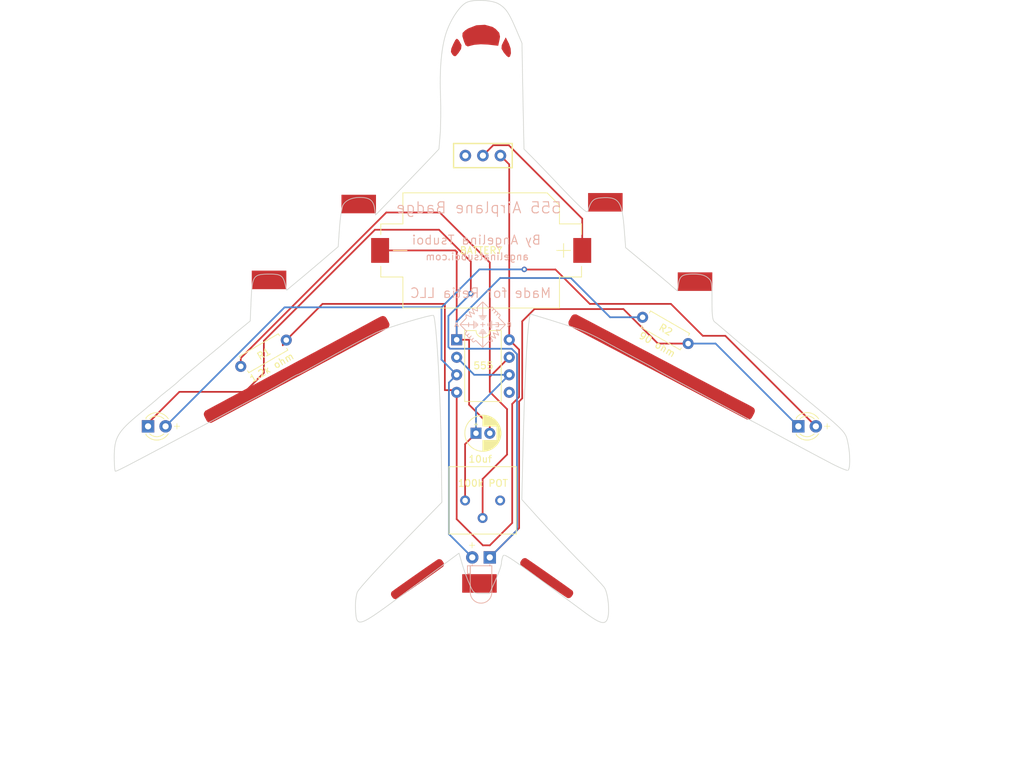
<source format=kicad_pcb>
(kicad_pcb (version 20221018) (generator pcbnew)
  (layers (0 "F.Cu" signal) (31 "B.Cu" signal) (34 "B.Paste" user) (35 "F.Paste" user) (36 "B.SilkS" user "B.Silkscreen") (37 "F.SilkS" user "F.Silkscreen") (38 "B.Mask" user) (39 "F.Mask" user) (44 "Edge.Cuts" user))
  (net 0 "")
  (net 2 "Net-(BT1-+)")
  (net 3 "+3V0")
  (net 4 "Net-(U1-DIS)")
  (net 5 "GNDREF")
  (net 6 "Net-(D1-K)")
  (net 7 "Net-(U1-THR)")
  (net 9 "Net-(D1-A)")
  (footprint "LOGO" (layer "F.Cu") (at 121.5 67)
    (fp_text reference "G***" hide)
    (fp_text value "LOGO" hide)
    (fp_poly (pts (xy 2.503584 0.02276) (xy 2.503584 1.365592) (xy 0 1.365592) (xy -2.503584 1.365592) (xy -2.503584 0.02276) (xy -2.503584 -1.320071) (xy 0 -1.320071) (xy 2.503584 -1.320071)) (fill solid) (layer "F.Cu"))
  )
  (footprint "" (layer "F.Cu") (at 160 77.5 -35)
    (fp_text reference "" (at 0 0 145) (layer "F.SilkS") (effects (font (size 1.27 1.27))))
    (fp_text value "" (at 0 0 145) (layer "F.SilkS") (effects (font (size 1.27 1.27))))
    (pad "" np_thru_hole oval (at 0 0 325) (size 7 4) (drill oval 7 4) (layers "*.Cu" "*.Mask"))
  )
  (footprint "LOGO" (layer "F.Cu") (at 112.083562 90.91953 56)
    (fp_text reference "G***" hide)
    (fp_text value "LOGO" hide)
  )
  (footprint "Battery:BatteryHolder_Keystone_1060_1x2032" (layer "F.Cu") (at 139.25 73.75 180)
    (fp_text reference "BATTERY" (at 0 0) (layer "F.SilkS"))
    (fp_text value "BATTERY")
    (pad "1" smd rect (at -14.65 0) (size 2.6 3.6) (layers "F.Cu" "F.Paste" "F.Mask") (net 2 "Net-(BT1-+)"))
    (pad "2" smd rect (at 14.65 0) (size 2.6 3.6) (layers "F.Cu" "F.Paste" "F.Mask") (net 5 "GNDREF"))
  )
  (footprint "SW SS12D:Schiebeschalter SS-12D00.kicad_mod" (layer "F.Cu") (at 139.5 60)
    (fp_text reference "SW1" hide)
    (fp_text value "SW_SPDT")
    (pad "1" thru_hole circle (at -2.54 0) (size 1.6764 1.6764) (drill 0.9) (layers "*.Cu" "*.Mask"))
    (pad "2" thru_hole circle (at 0 0) (size 1.6764 1.6764) (drill 0.9) (layers "*.Cu" "*.Mask") (net 2 "Net-(BT1-+)"))
    (pad "3" thru_hole circle (at 2.54 0) (size 1.6764 1.6764) (drill 0.9) (layers "*.Cu" "*.Mask") (net 3 "+3V0"))
  )
  (footprint "Potentiometer_THT:Potentiometer_Bourns_3386P_Vertical" (layer "F.Cu") (at 136.92 110 -90)
    (fp_text reference "RV1" hide)
    (fp_text value "100k POT" (at -2.5 -2.58) (layer "F.SilkS"))
    (pad "1" thru_hole circle (at 0 0 270) (size 1.44 1.44) (drill 0.8) (layers "*.Cu" "*.Mask") (net 7 "Net-(U1-THR)"))
    (pad "2" thru_hole circle (at 2.54 -2.54 270) (size 1.44 1.44) (drill 0.8) (layers "*.Cu" "*.Mask") (net 4 "Net-(U1-DIS)"))
    (pad "3" thru_hole circle (at 0 -5.08 270) (size 1.44 1.44) (drill 0.8) (layers "*.Cu" "*.Mask"))
  )
  (footprint "LOGO" (layer "F.Cu") (at 132.003482 121.638049 35)
    (fp_text reference "G***" hide)
    (fp_text value "LOGO" hide)
  )
  (footprint "LOGO" (layer "F.Cu") (at 139 122)
    (fp_text reference "G***" hide)
    (fp_text value "LOGO" hide)
  )
  (footprint "Resistor_THT:R_Axial_DIN0207_L6.3mm_D2.5mm_P7.62mm_Horizontal" (layer "F.Cu") (at 162.650887 83.44 -30)
    (fp_text reference "R2" (at 3.805417 -0.107051 -30) (layer "F.SilkS"))
    (fp_text value "90 ohm" (at 3.81 2.37 -30) (layer "F.SilkS"))
    (pad "1" thru_hole circle (at 0 0 330) (size 1.6 1.6) (drill 0.8) (layers "*.Cu" "*.Mask") (net 5 "GNDREF"))
    (pad "2" thru_hole oval (at 7.62 0 330) (size 1.6 1.6) (drill 0.8) (layers "*.Cu" "*.Mask") (net 6 "Net-(D1-K)"))
  )
  (footprint "LOGO" (layer "F.Cu") (at 157.25 66.75)
    (fp_text reference "G***" hide)
    (fp_text value "LOGO" hide)
    (fp_poly (pts (xy 2.503584 0.02276) (xy 2.503584 1.365592) (xy 0 1.365592) (xy -2.503584 1.365592) (xy -2.503584 0.02276) (xy -2.503584 -1.320071) (xy 0 -1.320071) (xy 2.503584 -1.320071)) (fill solid) (layer "F.Cu"))
  )
  (footprint "LOGO" (layer "F.Cu") (at 108.5 78)
    (fp_text reference "G***" hide)
    (fp_text value "LOGO" hide)
  )
  (footprint "LOGO" (layer "F.Cu") (at 165.25 90.25)
    (fp_text reference "G***" hide)
    (fp_text value "LOGO" hide)
    (fp_poly (pts (xy -12.207274 -7.229925) (xy -1.909311 -1.807823) (xy -1.019578 -1.339366) (xy -0.172171 -0.893209) (xy 0.634179 -0.468686) (xy 1.400739 -0.065132) (xy 2.128777 0.318118) (xy 2.81956 0.681731) (xy 3.474356 1.026373) (xy 4.094433 1.352708) (xy 4.68106 1.661402) (xy 5.235502 1.953122) (xy 5.759029 2.228532) (xy 6.252907 2.488299) (xy 6.718405 2.733088) (xy 7.15679 2.963564) (xy 7.569331 3.180394) (xy 7.957294 3.384243) (xy 8.321947 3.575776) (xy 8.664559 3.75566) (xy 8.986397 3.924559) (xy 9.288728 4.08314) (xy 9.572821 4.232069) (xy 9.839943 4.37201) (xy 10.091362 4.503629) (xy 10.328345 4.627593) (xy 10.55216 4.744567) (xy 10.764076 4.855216) (xy 10.965359 4.960206) (xy 11.157278 5.060203) (xy 11.3411 5.155872) (xy 11.518093 5.24788) (xy 11.689524 5.336891) (xy 11.856662 5.423571) (xy 12.020774 5.508586) (xy 12.183127 5.592602) (xy 12.293502 5.649673) (xy 12.56145 5.788518) (xy 12.789011 5.907543) (xy 12.979765 6.009164) (xy 13.137295 6.095794) (xy 13.265184 6.169849) (xy 13.367012 6.233743) (xy 13.446363 6.289892) (xy 13.506819 6.34071) (xy 13.551961 6.388612) (xy 13.585372 6.436013) (xy 13.610634 6.485328) (xy 13.631328 6.538972) (xy 13.636853 6.55528) (xy 13.662939 6.648885) (xy 13.674144 6.736891) (xy 13.668563 6.827171) (xy 13.644292 6.927598) (xy 13.599426 7.046046) (xy 13.532062 7.190388) (xy 13.440295 7.368496) (xy 13.440043 7.368971) (xy 13.354647 7.528778) (xy 13.286481 7.651291) (xy 13.230615 7.743225) (xy 13.182118 7.811296) (xy 13.136061 7.862219) (xy 13.087514 7.902708) (xy 13.031548 7.939478) (xy 13.013132 7.950459) (xy 12.899301 7.997083) (xy 12.764668 8.022004) (xy 12.629762 8.023229) (xy 12.515228 7.998807) (xy 12.485276 7.984182) (xy 12.413379 7.947414) (xy 12.301008 7.889279) (xy 12.149636 7.810554) (xy 11.960737 7.712014) (xy 11.735782 7.594435) (xy 11.476243 7.458593) (xy 11.183594 7.305264) (xy 10.859307 7.135223) (xy 10.504855 6.949248) (xy 10.121709 6.748114) (xy 9.711342 6.532596) (xy 9.275227 6.30347) (xy 8.814837 6.061513) (xy 8.331644 5.8075) (xy 7.82712 5.542208) (xy 7.302737 5.266412) (xy 6.75997 4.980888) (xy 6.200289 4.686412) (xy 5.625167 4.38376) (xy 5.036077 4.073707) (xy 4.434492 3.757031) (xy 3.821883 3.434506) (xy 3.199724 3.106909) (xy 2.569487 2.775015) (xy 1.932644 2.439601) (xy 1.290668 2.101442) (xy 0.645031 1.761314) (xy -0.002794 1.419993) (xy -0.651334 1.078256) (xy -1.299118 0.736877) (xy -1.944672 0.396634) (xy -2.586524 0.058301) (xy -3.223202 -0.277345) (xy -3.853233 -0.609529) (xy -4.475145 -0.937473) (xy -5.087465 -1.260404) (xy -5.68872 -1.577544) (xy -6.277439 -1.888118) (xy -6.852148 -2.191349) (xy -7.411375 -2.486462) (xy -7.953648 -2.772682) (xy -8.477494 -3.049231) (xy -8.981441 -3.315335) (xy -9.464016 -3.570216) (xy -9.923746 -3.8131) (xy -10.35916 -4.043211) (xy -10.768784 -4.259772) (xy -11.151146 -4.462007) (xy -11.504774 -4.649141) (xy -11.828195 -4.820398) (xy -12.119937 -4.975001) (xy -12.378527 -5.112176) (xy -12.602492 -5.231146) (xy -12.79036 -5.331134) (xy -12.940659 -5.411366) (xy -13.051917 -5.471065) (xy -13.122659 -5.509455) (xy -13.151415 -5.525761) (xy -13.151927 -5.526148) (xy -13.199159 -5.580055) (xy -13.252495 -5.654694) (xy -13.275138 -5.690979) (xy -13.310939 -5.76007) (xy -13.330853 -5.827051) (xy -13.339093 -5.911076) (xy -13.340182 -5.986615) (xy -13.339821 -6.171387) (xy -13.122922 -6.577885) (xy -13.036842 -6.737793) (xy -12.968174 -6.860503) (xy -12.911951 -6.952716) (xy -12.863209 -7.021133) (xy -12.816983 -7.072455) (xy -12.768309 -7.113383) (xy -12.712222 -7.150618) (xy -12.687682 -7.165341) (xy -12.618627 -7.201131) (xy -12.551712 -7.221035) (xy -12.467789 -7.229262) (xy -12.392046 -7.230336)) (fill solid) (layer "F.Cu"))
  )
  (footprint "LOGO" (layer "F.Cu") (at 157.25 66.75)
    (fp_text reference "G***" hide)
    (fp_text value "LOGO" hide)
  )
  (footprint "Resistor_THT:R_Axial_DIN0207_L6.3mm_D2.5mm_P7.62mm_Horizontal" (layer "F.Cu") (at 104.400887 90.56 30)
    (fp_text reference "R1" (at 3.805417 0.107051 30) (layer "F.SilkS"))
    (fp_text value "1.2k ohm" (at 3.81 2.37 30) (layer "F.SilkS"))
    (pad "1" thru_hole circle (at 0 0 30) (size 1.6 1.6) (drill 0.8) (layers "*.Cu" "*.Mask") (net 4 "Net-(U1-DIS)"))
    (pad "2" thru_hole oval (at 7.62 0 30) (size 1.6 1.6) (drill 0.8) (layers "*.Cu" "*.Mask") (net 3 "+3V0"))
  )
  (footprint "Capacitor_THT:CP_Radial_D5.0mm_P2.00mm" (layer "F.Cu") (at 138.5 100.25)
    (fp_text reference "C1" hide)
    (fp_text value "10uf " (at 1 3.75) (layer "F.SilkS"))
    (pad "1" thru_hole rect (at 0 0) (size 1.6 1.6) (drill 0.8) (layers "*.Cu" "*.Mask") (net 7 "Net-(U1-THR)"))
    (pad "2" thru_hole circle (at 2 0) (size 1.6 1.6) (drill 0.8) (layers "*.Cu" "*.Mask") (net 5 "GNDREF"))
  )
  (footprint "LOGO" (layer "F.Cu") (at 121.5 67)
    (fp_text reference "G***" hide)
    (fp_text value "LOGO" hide)
  )
  (footprint "LOGO" (layer "F.Cu") (at 170.25 78.25)
    (fp_text reference "G***" hide)
    (fp_text value "LOGO" hide)
    (fp_poly (pts (xy 2.503584 0.02276) (xy 2.503584 1.365592) (xy 0 1.365592) (xy -2.503584 1.365592) (xy -2.503584 0.02276) (xy -2.503584 -1.320071) (xy 0 -1.320071) (xy 2.503584 -1.320071)) (fill solid) (layer "F.Cu"))
  )
  (footprint "LOGO" (layer "F.Cu") (at 149.208089 123.203763 -35)
    (fp_text reference "G***" hide)
    (fp_text value "LOGO" hide)
    (fp_poly (pts (xy -1.174222 -2.015758) (xy -0.752327 -2.015339) (xy -0.337511 -2.014577) (xy 0.066195 -2.013471) (xy 0.45476 -2.012021) (xy 0.824153 -2.010228) (xy 1.170343 -2.00809) (xy 1.4893 -2.005609) (xy 1.776992 -2.002784) (xy 2.029389 -1.999614) (xy 2.24246 -1.996101) (xy 2.412175 -1.992243) (xy 2.534501 -1.988041) (xy 2.605408 -1.983494) (xy 2.620565 -1.981012) (xy 2.734857 -1.920549) (xy 2.842915 -1.825655) (xy 2.926245 -1.714892) (xy 2.95889 -1.641524) (xy 2.980831 -1.523285) (xy 2.990109 -1.374062) (xy 2.986722 -1.218994) (xy 2.97067 -1.083216) (xy 2.95889 -1.033674) (xy 2.902264 -0.922633) (xy 2.808603 -0.815113) (xy 2.696401 -0.729672) (xy 2.620565 -0.694186) (xy 2.578628 -0.689736) (xy 2.483216 -0.685621) (xy 2.338348 -0.681841) (xy 2.148042 -0.678394) (xy 1.916315 -0.67528) (xy 1.647187 -0.672498) (xy 1.344673 -0.670047) (xy 1.012794 -0.667925) (xy 0.655566 -0.666132) (xy 0.277007 -0.664667) (xy -0.118865 -0.663529) (xy -0.528031 -0.662717) (xy -0.946474 -0.66223) (xy -1.370176 -0.662067) (xy -1.79512 -0.662228) (xy -2.217286 -0.66271) (xy -2.632658 -0.663514) (xy -3.037217 -0.664639) (xy -3.426945 -0.666082) (xy -3.797825 -0.667844) (xy -4.145838 -0.669924) (xy -4.466967 -0.67232) (xy -4.757193 -0.675031) (xy -5.0125 -0.678058) (xy -5.228868 -0.681398) (xy -5.40228 -0.68505) (xy -5.528718 -0.689015) (xy -5.604165 -0.69329) (xy -5.62367 -0.69613) (xy -5.730441 -0.755308) (xy -5.834172 -0.848956) (xy -5.915945 -0.957535) (xy -5.95051 -1.033674) (xy -5.971353 -1.144103) (xy -5.981232 -1.284482) (xy -5.980139 -1.432034) (xy -5.96807 -1.563981) (xy -5.950662 -1.642537) (xy -5.890198 -1.756828) (xy -5.795305 -1.864886) (xy -5.684541 -1.948217) (xy -5.611174 -1.980861) (xy -5.566793 -1.985587) (xy -5.469029 -1.98997) (xy -5.321912 -1.994011) (xy -5.129473 -1.99771) (xy -4.895742 -2.001065) (xy -4.624752 -2.004078) (xy -4.320533 -2.006748) (xy -3.987114 -2.009075) (xy -3.628529 -2.01106) (xy -3.248806 -2.012701) (xy -2.851978 -2.013999) (xy -2.442074 -2.014953) (xy -2.023126 -2.015565) (xy -1.599165 -2.015833)) (fill solid) (layer "F.Cu"))
  )
  (footprint "LOGO" (layer "F.Cu") (at 139.25 43.25)
    (fp_text reference "G***" hide)
    (fp_text value "LOGO" hide)
  )
  (footprint "Package_DIP:DIP-8_W7.62mm" (layer "F.Cu") (at 135.7 86.7)
    (fp_text reference "555" (at 3.87 3.75) (layer "F.SilkS"))
    (fp_text value "LM555xM")
    (pad "1" thru_hole rect (at 0 0) (size 1.6 1.6) (drill 0.8) (layers "*.Cu" "*.Mask") (net 5 "GNDREF"))
    (pad "2" thru_hole oval (at 0 2.54) (size 1.6 1.6) (drill 0.8) (layers "*.Cu" "*.Mask") (net 7 "Net-(U1-THR)"))
    (pad "3" thru_hole oval (at 0 5.08) (size 1.6 1.6) (drill 0.8) (layers "*.Cu" "*.Mask") (net 9 "Net-(D1-A)"))
    (pad "4" thru_hole oval (at 0 7.62) (size 1.6 1.6) (drill 0.8) (layers "*.Cu" "*.Mask") (net 3 "+3V0"))
    (pad "5" thru_hole oval (at 7.62 7.62) (size 1.6 1.6) (drill 0.8) (layers "*.Cu" "*.Mask"))
    (pad "6" thru_hole oval (at 7.62 5.08) (size 1.6 1.6) (drill 0.8) (layers "*.Cu" "*.Mask") (net 7 "Net-(U1-THR)"))
    (pad "7" thru_hole oval (at 7.62 2.54) (size 1.6 1.6) (drill 0.8) (layers "*.Cu" "*.Mask") (net 4 "Net-(U1-DIS)"))
    (pad "8" thru_hole oval (at 7.62 0) (size 1.6 1.6) (drill 0.8) (layers "*.Cu" "*.Mask") (net 3 "+3V0"))
  )
  (footprint "LOGO" (layer "F.Cu") (at 132.003482 121.638049 35)
    (fp_text reference "G***" hide)
    (fp_text value "LOGO" hide)
    (fp_poly (pts (xy -1.174222 -2.015758) (xy -0.752327 -2.015339) (xy -0.337511 -2.014577) (xy 0.066195 -2.013471) (xy 0.45476 -2.012021) (xy 0.824153 -2.010228) (xy 1.170343 -2.00809) (xy 1.4893 -2.005609) (xy 1.776992 -2.002784) (xy 2.029389 -1.999614) (xy 2.24246 -1.996101) (xy 2.412175 -1.992243) (xy 2.534501 -1.988041) (xy 2.605408 -1.983494) (xy 2.620565 -1.981012) (xy 2.734857 -1.920549) (xy 2.842915 -1.825655) (xy 2.926245 -1.714892) (xy 2.95889 -1.641524) (xy 2.980831 -1.523285) (xy 2.990109 -1.374062) (xy 2.986722 -1.218994) (xy 2.97067 -1.083216) (xy 2.95889 -1.033674) (xy 2.902264 -0.922633) (xy 2.808603 -0.815113) (xy 2.696401 -0.729672) (xy 2.620565 -0.694186) (xy 2.578628 -0.689736) (xy 2.483216 -0.685621) (xy 2.338348 -0.681841) (xy 2.148042 -0.678394) (xy 1.916315 -0.67528) (xy 1.647187 -0.672498) (xy 1.344673 -0.670047) (xy 1.012794 -0.667925) (xy 0.655566 -0.666132) (xy 0.277007 -0.664667) (xy -0.118865 -0.663529) (xy -0.528031 -0.662717) (xy -0.946474 -0.66223) (xy -1.370176 -0.662067) (xy -1.79512 -0.662228) (xy -2.217286 -0.66271) (xy -2.632658 -0.663514) (xy -3.037217 -0.664639) (xy -3.426945 -0.666082) (xy -3.797825 -0.667844) (xy -4.145838 -0.669924) (xy -4.466967 -0.67232) (xy -4.757193 -0.675031) (xy -5.0125 -0.678058) (xy -5.228868 -0.681398) (xy -5.40228 -0.68505) (xy -5.528718 -0.689015) (xy -5.604165 -0.69329) (xy -5.62367 -0.69613) (xy -5.730441 -0.755308) (xy -5.834172 -0.848956) (xy -5.915945 -0.957535) (xy -5.95051 -1.033674) (xy -5.971353 -1.144103) (xy -5.981232 -1.284482) (xy -5.980139 -1.432034) (xy -5.96807 -1.563981) (xy -5.950662 -1.642537) (xy -5.890198 -1.756828) (xy -5.795305 -1.864886) (xy -5.684541 -1.948217) (xy -5.611174 -1.980861) (xy -5.566793 -1.985587) (xy -5.469029 -1.98997) (xy -5.321912 -1.994011) (xy -5.129473 -1.99771) (xy -4.895742 -2.001065) (xy -4.624752 -2.004078) (xy -4.320533 -2.006748) (xy -3.987114 -2.009075) (xy -3.628529 -2.01106) (xy -3.248806 -2.012701) (xy -2.851978 -2.013999) (xy -2.442074 -2.014953) (xy -2.023126 -2.015565) (xy -1.599165 -2.015833)) (fill solid) (layer "F.Cu"))
  )
  (footprint "LOGO" (layer "F.Cu") (at 108.5 78)
    (fp_text reference "G***" hide)
    (fp_text value "LOGO" hide)
    (fp_poly (pts (xy 2.503584 0.02276) (xy 2.503584 1.365592) (xy 0 1.365592) (xy -2.503584 1.365592) (xy -2.503584 0.02276) (xy -2.503584 -1.320071) (xy 0 -1.320071) (xy 2.503584 -1.320071)) (fill solid) (layer "F.Cu"))
  )
  (footprint "LOGO" (layer "F.Cu") (at 139.25 43.25)
    (fp_text reference "G***" hide)
    (fp_text value "LOGO" hide)
    (fp_poly (pts (xy 4.027241 0.519542) (xy 4.273311 1.238968) (xy 4.319067 1.927065) (xy 4.170879 2.399485) (xy 3.958664 2.503317) (xy 3.676437 2.294593) (xy 3.269069 1.808735) (xy 2.944584 1.249383) (xy 2.981344 0.761379) (xy 3.164895 0.369252) (xy 3.559783 -0.38442)) (fill solid) (layer "F.Cu"))
    (fp_poly (pts (xy -3.289125 -0.011707) (xy -3.183601 0.12831) (xy -2.847883 0.744623) (xy -2.909817 1.296363) (xy -3.303457 1.905782) (xy -3.684976 2.332816) (xy -3.952248 2.335883) (xy -4.179917 2.101716) (xy -4.388638 1.72062) (xy -4.333039 1.247942) (xy -4.066267 0.619797) (xy -3.741551 -0.011942) (xy -3.52257 -0.200133)) (fill solid) (layer "F.Cu"))
    (fp_poly (pts (xy 1.663958 -1.889978) (xy 2.112048 -1.589931) (xy 2.616271 -1.049335) (xy 2.733929 -0.497449) (xy 2.663713 -0.05493) (xy 2.467805 0.837035) (xy 0.978648 0.662014) (xy -0.059158 0.615025) (xy -1.003247 0.695247) (xy -1.351905 0.780305) (xy -1.94562 0.936446) (xy -2.257647 0.767783) (xy -2.492254 0.216036) (xy -2.729074 -0.559407) (xy -2.696628 -1.02601) (xy -2.326874 -1.395646) (xy -1.884066 -1.677784) (xy -0.702072 -2.14214) (xy 0.543184 -2.211495)) (fill solid) (layer "F.Cu"))
  )
  (footprint "LOGO" (layer "F.Cu") (at 149.208089 123.203763 -35)
    (fp_text reference "G***" hide)
    (fp_text value "LOGO" hide)
  )
  (footprint "LOGO" (layer "F.Cu") (at 170.25 78.25)
    (fp_text reference "G***" hide)
    (fp_text value "LOGO" hide)
  )
  (footprint "LED_THT:LED_D3.0mm" (layer "F.Cu") (at 90.96 99.25)
    (fp_text reference "D1" hide)
    (fp_text value "LED")
    (fp_text user "+" (at 3.5 0.5 unlocked) (layer "F.SilkS") (effects (font (thickness 0.1)) (justify left bottom)))
    (pad "1" thru_hole rect (at 0 0) (size 1.8 1.8) (drill 0.9) (layers "*.Cu" "*.Mask") (net 6 "Net-(D1-K)"))
    (pad "2" thru_hole circle (at 2.54 0) (size 1.8 1.8) (drill 0.9) (layers "*.Cu" "*.Mask") (net 9 "Net-(D1-A)"))
  )
  (footprint "LOGO" (layer "F.Cu") (at 165.25 90.25)
    (fp_text reference "G***" hide)
    (fp_text value "LOGO" hide)
  )
  (footprint "LOGO" (layer "F.Cu") (at 139 122)
    (fp_text reference "G***" hide)
    (fp_text value "LOGO" hide)
    (fp_poly (pts (xy 2.503584 0.02276) (xy 2.503584 1.365592) (xy 0 1.365592) (xy -2.503584 1.365592) (xy -2.503584 0.02276) (xy -2.503584 -1.320071) (xy 0 -1.320071) (xy 2.503584 -1.320071)) (fill solid) (layer "F.Cu"))
  )
  (footprint "LED_THT:LED_D3.0mm" (layer "F.Cu") (at 185.225 99.25)
    (fp_text reference "D2" hide)
    (fp_text value "LED")
    (fp_text user "+" (at 3.5 0.5 unlocked) (layer "F.SilkS") (effects (font (thickness 0.1)) (justify left bottom)))
    (pad "1" thru_hole rect (at 0 0) (size 1.8 1.8) (drill 0.9) (layers "*.Cu" "*.Mask") (net 6 "Net-(D1-K)"))
    (pad "2" thru_hole circle (at 2.54 0) (size 1.8 1.8) (drill 0.9) (layers "*.Cu" "*.Mask") (net 9 "Net-(D1-A)"))
  )
  (footprint "LOGO" (layer "F.Cu") (at 112.083562 90.91953 56)
    (fp_text reference "G***" hide)
    (fp_text value "LOGO" hide)
    (fp_poly (pts (xy -12.207274 -7.229925) (xy -1.909311 -1.807823) (xy -1.019578 -1.339366) (xy -0.172171 -0.893209) (xy 0.634179 -0.468686) (xy 1.400739 -0.065132) (xy 2.128777 0.318118) (xy 2.81956 0.681731) (xy 3.474356 1.026373) (xy 4.094433 1.352708) (xy 4.68106 1.661402) (xy 5.235502 1.953122) (xy 5.759029 2.228532) (xy 6.252907 2.488299) (xy 6.718405 2.733088) (xy 7.15679 2.963564) (xy 7.569331 3.180394) (xy 7.957294 3.384243) (xy 8.321947 3.575776) (xy 8.664559 3.75566) (xy 8.986397 3.924559) (xy 9.288728 4.08314) (xy 9.572821 4.232069) (xy 9.839943 4.37201) (xy 10.091362 4.503629) (xy 10.328345 4.627593) (xy 10.55216 4.744567) (xy 10.764076 4.855216) (xy 10.965359 4.960206) (xy 11.157278 5.060203) (xy 11.3411 5.155872) (xy 11.518093 5.24788) (xy 11.689524 5.336891) (xy 11.856662 5.423571) (xy 12.020774 5.508586) (xy 12.183127 5.592602) (xy 12.293502 5.649673) (xy 12.56145 5.788518) (xy 12.789011 5.907543) (xy 12.979765 6.009164) (xy 13.137295 6.095794) (xy 13.265184 6.169849) (xy 13.367012 6.233743) (xy 13.446363 6.289892) (xy 13.506819 6.34071) (xy 13.551961 6.388612) (xy 13.585372 6.436013) (xy 13.610634 6.485328) (xy 13.631328 6.538972) (xy 13.636853 6.55528) (xy 13.662939 6.648885) (xy 13.674144 6.736891) (xy 13.668563 6.827171) (xy 13.644292 6.927598) (xy 13.599426 7.046046) (xy 13.532062 7.190388) (xy 13.440295 7.368496) (xy 13.440043 7.368971) (xy 13.354647 7.528778) (xy 13.286481 7.651291) (xy 13.230615 7.743225) (xy 13.182118 7.811296) (xy 13.136061 7.862219) (xy 13.087514 7.902708) (xy 13.031548 7.939478) (xy 13.013132 7.950459) (xy 12.899301 7.997083) (xy 12.764668 8.022004) (xy 12.629762 8.023229) (xy 12.515228 7.998807) (xy 12.485276 7.984182) (xy 12.413379 7.947414) (xy 12.301008 7.889279) (xy 12.149636 7.810554) (xy 11.960737 7.712014) (xy 11.735782 7.594435) (xy 11.476243 7.458593) (xy 11.183594 7.305264) (xy 10.859307 7.135223) (xy 10.504855 6.949248) (xy 10.121709 6.748114) (xy 9.711342 6.532596) (xy 9.275227 6.30347) (xy 8.814837 6.061513) (xy 8.331644 5.8075) (xy 7.82712 5.542208) (xy 7.302737 5.266412) (xy 6.75997 4.980888) (xy 6.200289 4.686412) (xy 5.625167 4.38376) (xy 5.036077 4.073707) (xy 4.434492 3.757031) (xy 3.821883 3.434506) (xy 3.199724 3.106909) (xy 2.569487 2.775015) (xy 1.932644 2.439601) (xy 1.290668 2.101442) (xy 0.645031 1.761314) (xy -0.002794 1.419993) (xy -0.651334 1.078256) (xy -1.299118 0.736877) (xy -1.944672 0.396634) (xy -2.586524 0.058301) (xy -3.223202 -0.277345) (xy -3.853233 -0.609529) (xy -4.475145 -0.937473) (xy -5.087465 -1.260404) (xy -5.68872 -1.577544) (xy -6.277439 -1.888118) (xy -6.852148 -2.191349) (xy -7.411375 -2.486462) (xy -7.953648 -2.772682) (xy -8.477494 -3.049231) (xy -8.981441 -3.315335) (xy -9.464016 -3.570216) (xy -9.923746 -3.8131) (xy -10.35916 -4.043211) (xy -10.768784 -4.259772) (xy -11.151146 -4.462007) (xy -11.504774 -4.649141) (xy -11.828195 -4.820398) (xy -12.119937 -4.975001) (xy -12.378527 -5.112176) (xy -12.602492 -5.231146) (xy -12.79036 -5.331134) (xy -12.940659 -5.411366) (xy -13.051917 -5.471065) (xy -13.122659 -5.509455) (xy -13.151415 -5.525761) (xy -13.151927 -5.526148) (xy -13.199159 -5.580055) (xy -13.252495 -5.654694) (xy -13.275138 -5.690979) (xy -13.310939 -5.76007) (xy -13.330853 -5.827051) (xy -13.339093 -5.911076) (xy -13.340182 -5.986615) (xy -13.339821 -6.171387) (xy -13.122922 -6.577885) (xy -13.036842 -6.737793) (xy -12.968174 -6.860503) (xy -12.911951 -6.952716) (xy -12.863209 -7.021133) (xy -12.816983 -7.072455) (xy -12.768309 -7.113383) (xy -12.712222 -7.150618) (xy -12.687682 -7.165341) (xy -12.618627 -7.201131) (xy -12.551712 -7.221035) (xy -12.467789 -7.229262) (xy -12.392046 -7.230336)) (fill solid) (layer "F.Cu"))
  )
  (footprint "LOGO" (layer "B.Cu") (at 139.5 84.5 180)
    (fp_text reference "G***" hide)
    (fp_text value "LOGO" hide)
  )
  (footprint "LED_THT:LED_D3.0mm_Horizontal_O1.27mm_Z2.0mm" (layer "B.Cu") (at 140.5 118.25 180)
    (fp_text reference "D3" hide)
    (fp_text value "LED")
    (pad "1" thru_hole rect (at 0 0 180) (size 1.8 1.8) (drill 0.9) (layers "*.Cu" "*.Mask") (net 6 "Net-(D1-K)"))
    (pad "2" thru_hole circle (at 2.54 0 180) (size 1.8 1.8) (drill 0.9) (layers "*.Cu" "*.Mask") (net 9 "Net-(D1-A)"))
  )
  (gr_poly (pts (xy 139.25 37.5) (xy 139.586407 37.513901) (xy 139.920643 37.539584) (xy 140.24802 37.57674) (xy 140.563846 37.625057) (xy 140.863434 37.684227) (xy 141.142092 37.753939) (xy 141.395132 37.833883) (xy 141.617863 37.923748) (xy 141.805596 38.023226) (xy 141.992543 38.13867) (xy 142.167591 38.258456) (xy 142.332484 38.385063) (xy 142.488967 38.520971) (xy 142.638784 38.668662) (xy 142.783678 38.830616) (xy 142.925395 39.009313) (xy 143.065677 39.207234) (xy 143.206269 39.426858) (xy 143.348915 39.670668) (xy 143.49536 39.941142) (xy 143.647347 40.240762) (xy 143.806621 40.572007) (xy 143.974925 40.937359) (xy 144.345601 41.780304) (xy 145.165811 43.711767) (xy 145.298099 51.384685) (xy 145.456845 59.0576) (xy 146.647471 60.248225) (xy 147.377142 60.991953) (xy 148.476404 62.130075) (xy 151.198306 64.984267) (xy 151.685764 65.489339) (xy 152.127604 65.944104) (xy 152.525958 66.350345) (xy 152.882959 66.709845) (xy 153.200737 67.024386) (xy 153.481424 67.295752) (xy 153.608524 67.415801) (xy 153.727152 67.525725) (xy 153.837572 67.625746) (xy 153.940052 67.716088) (xy 154.034858 67.796973) (xy 154.122257 67.868624) (xy 154.202515 67.931264) (xy 154.275898 67.985115) (xy 154.342672 68.030402) (xy 154.403106 68.067346) (xy 154.457464 68.09617) (xy 154.506013 68.117097) (xy 154.54902 68.13035) (xy 154.568528 68.134169) (xy 154.586751 68.136153) (xy 154.603721 68.136329) (xy 154.619473 68.134727) (xy 154.634039 68.131373) (xy 154.647452 68.126295) (xy 154.659746 68.119522) (xy 154.670954 68.111081) (xy 154.68111 68.101001) (xy 154.690246 68.089308) (xy 154.705595 68.061198) (xy 154.717267 68.026973) (xy 154.804949 67.75792) (xy 154.890383 67.515377) (xy 154.975042 67.297949) (xy 155.060399 67.10424) (xy 155.103798 67.015845) (xy 155.147925 66.932856) (xy 155.192963 66.855099) (xy 155.239095 66.7824) (xy 155.286506 66.714585) (xy 155.335381 66.651478) (xy 155.385902 66.592906) (xy 155.438255 66.538694) (xy 155.492623 66.488668) (xy 155.549191 66.442654) (xy 155.608142 66.400476) (xy 155.669661 66.361961) (xy 155.733932 66.326934) (xy 155.801138 66.295221) (xy 155.871465 66.266647) (xy 155.945095 66.241038) (xy 156.022214 66.21822) (xy 156.103005 66.198018) (xy 156.187653 66.180257) (xy 156.276341 66.164764) (xy 156.466575 66.139881) (xy 156.675179 66.121975) (xy 157.132071 66.097868) (xy 157.54226 66.097791) (xy 157.908653 66.125929) (xy 158.076335 66.151886) (xy 158.234157 66.186468) (xy 158.382484 66.230196) (xy 158.521679 66.283594) (xy 158.652105 66.347185) (xy 158.774125 66.421492) (xy 158.888103 66.50704) (xy 158.994403 66.60435) (xy 159.093386 66.713946) (xy 159.185418 66.836351) (xy 159.270861 66.972089) (xy 159.350079 67.121682) (xy 159.423434 67.285655) (xy 159.491291 67.46453) (xy 159.611961 67.869079) (xy 159.714997 68.339515) (xy 159.803305 68.880025) (xy 159.879792 69.494793) (xy 159.947364 70.188007) (xy 160.008929 70.96385) (xy 160.19414 73.3451) (xy 163.131021 75.779267) (xy 164.35058 76.784684) (xy 165.465962 77.710725) (xy 166.353143 78.458172) (xy 166.672401 78.733916) (xy 166.888099 78.927805) (xy 167.681849 79.615724) (xy 167.840602 78.636768) (xy 167.882135 78.419856) (xy 167.928553 78.224803) (xy 167.981637 78.050524) (xy 168.04317 77.895934) (xy 168.077662 77.825683) (xy 168.114935 77.759947) (xy 168.155212 77.698591) (xy 168.198715 77.641479) (xy 168.245668 77.588475) (xy 168.296293 77.539444) (xy 168.350813 77.49425) (xy 168.409451 77.452757) (xy 168.47243 77.41483) (xy 168.539973 77.380333) (xy 168.612302 77.34913) (xy 168.689641 77.321086) (xy 168.772212 77.296065) (xy 168.860238 77.273931) (xy 169.053546 77.237784) (xy 169.27135 77.211558) (xy 169.51543 77.194169) (xy 169.787571 77.184531) (xy 170.089555 77.18156) (xy 170.264157 77.183427) (xy 170.43093 77.189053) (xy 170.590107 77.198477) (xy 170.74192 77.211739) (xy 170.886601 77.228875) (xy 171.024383 77.249927) (xy 171.155499 77.274931) (xy 171.280182 77.303928) (xy 171.398663 77.336955) (xy 171.511175 77.374052) (xy 171.617952 77.415257) (xy 171.719225 77.46061) (xy 171.815226 77.510148) (xy 171.90619 77.56391) (xy 171.992347 77.621936) (xy 172.073932 77.684265) (xy 172.181347 77.77112) (xy 172.275934 77.855728) (xy 172.358506 77.94204) (xy 172.429878 78.034012) (xy 172.490862 78.135595) (xy 172.542274 78.250743) (xy 172.584926 78.383409) (xy 172.619633 78.537547) (xy 172.647209 78.71711) (xy 172.668467 78.926051) (xy 172.684222 79.168323) (xy 172.695287 79.44788) (xy 172.706605 80.13466) (xy 172.70893 81.018017) (xy 172.709905 81.42544) (xy 172.713013 81.795695) (xy 172.718523 82.130681) (xy 172.726708 82.432297) (xy 172.737838 82.702442) (xy 172.752185 82.943015) (xy 172.77002 83.155915) (xy 172.791615 83.343042) (xy 172.803907 83.427534) (xy 172.81724 83.506295) (xy 172.831649 83.579561) (xy 172.847168 83.647572) (xy 172.863829 83.710563) (xy 172.881668 83.768773) (xy 172.900718 83.822438) (xy 172.921013 83.871797) (xy 172.942587 83.917086) (xy 172.965474 83.958542) (xy 172.989708 83.996404) (xy 173.015322 84.030909) (xy 173.042351 84.062294) (xy 173.070828 84.090796) (xy 173.100788 84.116653) (xy 173.132264 84.140103) (xy 173.410489 84.36541) (xy 173.849945 84.732105) (xy 174.393582 85.193058) (xy 174.984347 85.70114) (xy 175.760735 86.366734) (xy 176.809973 87.255569) (xy 177.998118 88.253544) (xy 179.191224 89.24656) (xy 180.282218 90.155649) (xy 181.192137 90.923354) (xy 181.829204 91.467816) (xy 182.016737 91.630752) (xy 182.10164 91.707182) (xy 182.211659 91.811621) (xy 182.470818 92.036671) (xy 183.368335 92.795281) (xy 186.202676 95.173226) (xy 188.142096 96.784239) (xy 188.927979 97.442681) (xy 189.603404 98.01543) (xy 190.17744 98.51175) (xy 190.659155 98.940903) (xy 190.868227 99.133187) (xy 191.05762 99.312153) (xy 191.228467 99.478959) (xy 191.381903 99.634763) (xy 191.51906 99.780722) (xy 191.641073 99.917995) (xy 191.749075 100.047739) (xy 191.8442 100.171113) (xy 191.927581 100.289273) (xy 192.000353 100.403379) (xy 192.063648 100.514588) (xy 192.118601 100.624057) (xy 192.166345 100.732945) (xy 192.208014 100.842409) (xy 192.244741 100.953608) (xy 192.27766 101.067699) (xy 192.336609 101.30919) (xy 192.39393 101.576144) (xy 192.459049 101.889612) (xy 192.515526 102.212383) (xy 192.563398 102.540735) (xy 192.602705 102.870947) (xy 192.633486 103.199299) (xy 192.655778 103.52207) (xy 192.669621 103.83554) (xy 192.675054 104.135987) (xy 192.672114 104.419691) (xy 192.660842 104.68293) (xy 192.641276 104.921986) (xy 192.613454 105.133136) (xy 192.577416 105.31266) (xy 192.5332 105.456837) (xy 192.508037 105.514508) (xy 192.480844 105.561947) (xy 192.451626 105.598688) (xy 192.420388 105.624268) (xy 192.382199 105.632109) (xy 192.318275 105.62623) (xy 192.230167 105.607174) (xy 192.119424 105.575483) (xy 191.836237 105.476368) (xy 191.481117 105.333224) (xy 191.066466 105.150393) (xy 190.604686 104.932215) (xy 190.10818 104.683032) (xy 189.589349 104.407183) (xy 188.423943 103.796161) (xy 187.17172 103.130569) (xy 185.012055 101.973019) (xy 184.141823 101.51744) (xy 183.229426 101.027133) (xy 181.704764 100.200312) (xy 181.039175 99.834028) (xy 180.190027 99.373486) (xy 179.271426 98.883178) (xy 178.397473 98.427599) (xy 176.495782 97.405647) (xy 174.693307 96.443222) (xy 172.269059 95.150075) (xy 168.87247 93.321143) (xy 167.263889 92.46166) (xy 165.905833 91.72372) (xy 164.93969 91.189178) (xy 164.647769 91.023762) (xy 164.506846 90.93989) (xy 164.403495 90.872762) (xy 164.200924 90.755095) (xy 163.547734 90.394187) (xy 162.646496 89.909257) (xy 161.596431 89.352395) (xy 160.406633 88.717392) (xy 159.122578 88.02286) (xy 156.886849 86.81239) (xy 156.440363 86.57039) (xy 155.964113 86.324979) (xy 155.47298 86.082668) (xy 154.981848 85.849969) (xy 154.505599 85.633393) (xy 154.059114 85.439451) (xy 153.657278 85.274655) (xy 153.314971 85.145515) (xy 151.387648 84.509275) (xy 149.167628 83.806063) (xy 147.294875 83.236795) (xy 146.688711 83.065178) (xy 146.409349 83.002391) (xy 146.343106 83.099188) (xy 146.273802 83.382368) (xy 146.128643 84.464628) (xy 145.979144 86.162664) (xy 145.830574 88.38997) (xy 145.55731 94.086367) (xy 145.351016 100.861769) (xy 145.139346 109.857603) (xy 147.520598 112.503432) (xy 148.723624 113.80444) (xy 150.219346 115.3907) (xy 151.814287 117.061296) (xy 153.314971 118.615309) (xy 154.008212 119.313304) (xy 154.668897 119.987424) (xy 155.281831 120.621236) (xy 155.831824 121.198306) (xy 156.303681 121.702203) (xy 156.68221 122.116493) (xy 156.952219 122.424744) (xy 157.04178 122.533969) (xy 157.098514 122.610522) (xy 157.185564 122.753097) (xy 157.267808 122.930088) (xy 157.34478 123.137465) (xy 157.416017 123.371197) (xy 157.481052 123.627254) (xy 157.53942 123.901603) (xy 157.590658 124.190216) (xy 157.634298 124.48906) (xy 157.669877 124.794106) (xy 157.696929 125.101322) (xy 157.71499 125.406677) (xy 157.723594 125.706142) (xy 157.722276 125.995685) (xy 157.710572 126.271275) (xy 157.688015 126.528882) (xy 157.654141 126.764475) (xy 157.599287 127.000405) (xy 157.532805 127.202072) (xy 157.494671 127.29001) (xy 157.452991 127.369324) (xy 157.407551 127.439994) (xy 157.358139 127.502003) (xy 157.304541 127.55533) (xy 157.246544 127.599956) (xy 157.183934 127.635861) (xy 157.1165 127.663027) (xy 157.044026 127.681434) (xy 156.966302 127.691062) (xy 156.883112 127.691892) (xy 156.794244 127.683904) (xy 156.699486 127.66708) (xy 156.598623 127.6414) (xy 156.491443 127.606845) (xy 156.377732 127.563395) (xy 156.129865 127.449732) (xy 155.853318 127.300257) (xy 155.546386 127.114816) (xy 155.207362 126.893253) (xy 154.834542 126.635413) (xy 154.426221 126.341141) (xy 152.36585 124.817133) (xy 150.558913 123.481834) (xy 148.988473 122.323656) (xy 147.637593 121.33101) (xy 147.039195 120.89314) (xy 146.489336 120.492308) (xy 145.985899 120.127065) (xy 145.526766 119.795962) (xy 145.10982 119.497551) (xy 144.732945 119.230383) (xy 144.394023 118.99301) (xy 144.090936 118.783983) (xy 143.821569 118.601853) (xy 143.583803 118.445173) (xy 143.47611 118.375923) (xy 143.375522 118.312493) (xy 143.281777 118.254701) (xy 143.194609 118.202365) (xy 143.113753 118.155305) (xy 143.038946 118.11334) (xy 142.969922 118.076289) (xy 142.906416 118.04397) (xy 142.848164 118.016203) (xy 142.794902 117.992807) (xy 142.746365 117.9736) (xy 142.702288 117.958401) (xy 142.662406 117.947029) (xy 142.626455 117.939304) (xy 142.59417 117.935044) (xy 142.565287 117.934068) (xy 142.539541 117.936195) (xy 142.516667 117.941244) (xy 142.496401 117.949034) (xy 142.478478 117.959383) (xy 142.462633 117.972112) (xy 142.448601 117.987037) (xy 142.436119 118.00398) (xy 142.424922 118.022758) (xy 142.414744 118.043191) (xy 142.405321 118.065097) (xy 142.387683 118.112605) (xy 142.367865 118.164604) (xy 142.348202 118.221021) (xy 142.30996 118.34494) (xy 142.2742 118.480022) (xy 142.24216 118.621925) (xy 142.215081 118.766308) (xy 142.194203 118.908832) (xy 142.186478 118.97804) (xy 142.180767 119.045155) (xy 142.177227 119.109635) (xy 142.176013 119.170937) (xy 142.167079 119.239259) (xy 142.150433 119.324362) (xy 142.095398 119.54011) (xy 142.013699 119.808569) (xy 141.908125 120.120126) (xy 141.781467 120.46517) (xy 141.636515 120.834089) (xy 141.47606 121.21727) (xy 141.302892 121.605101) (xy 140.456223 123.483643) (xy 139.318515 123.483643) (xy 138.940657 123.479819) (xy 138.784594 123.472132) (xy 138.647134 123.458011) (xy 138.584606 123.447933) (xy 138.525798 123.435519) (xy 138.470401 123.420528) (xy 138.418104 123.402718) (xy 138.368598 123.381845) (xy 138.321573 123.357669) (xy 138.276718 123.329946) (xy 138.233723 123.298435) (xy 138.192278 123.262893) (xy 138.152074 123.223078) (xy 138.1128 123.178747) (xy 138.074146 123.12966) (xy 138.035802 123.075572) (xy 137.997459 123.016243) (xy 137.919531 122.880889) (xy 137.837882 122.721662) (xy 137.750032 122.536621) (xy 137.545808 122.081353) (xy 137.411346 121.77832) (xy 137.268822 121.433121) (xy 137.122578 121.058156) (xy 136.976954 120.665829) (xy 136.83629 120.268541) (xy 136.704929 119.878695) (xy 136.58721 119.508693) (xy 136.487475 119.170937) (xy 136.037683 117.636347) (xy 134.503099 118.774062) (xy 127.623932 123.827595) (xy 125.545919 125.352929) (xy 124.698762 125.961361) (xy 123.967721 126.470536) (xy 123.642983 126.688738) (xy 123.343961 126.883128) (xy 123.069549 127.05404) (xy 122.818644 127.20181) (xy 122.59014 127.326771) (xy 122.382934 127.429257) (xy 122.19592 127.509604) (xy 122.027994 127.568145) (xy 121.878051 127.605213) (xy 121.744988 127.621145) (xy 121.627698 127.616274) (xy 121.574624 127.606142) (xy 121.525078 127.590934) (xy 121.478924 127.570693) (xy 121.436024 127.545459) (xy 121.396238 127.515276) (xy 121.359429 127.480185) (xy 121.294191 127.395444) (xy 121.239204 127.291572) (xy 121.193364 127.168903) (xy 121.155566 127.027771) (xy 121.124705 126.868509) (xy 121.099678 126.691454) (xy 121.062703 126.285296) (xy 121.035806 125.811972) (xy 121.028022 125.622992) (xy 121.024385 125.433701) (xy 121.024702 125.245031) (xy 121.028778 125.057911) (xy 121.036419 124.873271) (xy 121.047433 124.692042) (xy 121.061624 124.515154) (xy 121.0788 124.343537) (xy 121.098767 124.178121) (xy 121.12133 124.019837) (xy 121.146296 123.869614) (xy 121.173471 123.728382) (xy 121.202662 123.597073) (xy 121.233674 123.476616) (xy 121.266314 123.367941) (xy 121.300387 123.271979) (xy 121.365584 123.157218) (xy 121.489576 122.983934) (xy 121.901076 122.475747) (xy 122.509153 121.775323) (xy 123.288072 120.910568) (xy 124.212099 119.909388) (xy 125.255498 118.799688) (xy 127.597473 116.366351) (xy 133.550598 110.254473) (xy 133.471222 103.190098) (xy 133.409314 99.892108) (xy 133.308338 96.511023) (xy 133.176357 93.201871) (xy 133.021431 90.119682) (xy 132.851623 87.419485) (xy 132.674993 85.25631) (xy 132.499604 83.785185) (xy 132.414893 83.357589) (xy 132.333516 83.161141) (xy 132.225977 83.150993) (xy 131.984183 83.186617) (xy 131.166041 83.374875) (xy 130.015517 83.685295) (xy 128.669036 84.077261) (xy 127.263024 84.510155) (xy 125.933906 84.943359) (xy 124.818108 85.336256) (xy 124.052056 85.648228) (xy 122.756012 86.297696) (xy 120.767916 87.351481) (xy 118.258921 88.717805) (xy 115.40018 90.304892) (xy 114.386495 90.862998) (xy 113.937944 91.105773) (xy 113.541482 91.316923) (xy 113.207033 91.490866) (xy 112.944516 91.62202) (xy 112.763856 91.704806) (xy 112.707322 91.726316) (xy 112.674973 91.733641) (xy 112.653701 91.737601) (xy 112.620144 91.749196) (xy 112.519117 91.793586) (xy 112.377782 91.8634) (xy 112.202031 91.955229) (xy 111.770843 92.191287) (xy 111.272682 92.474474) (xy 110.560373 92.884166) (xy 109.582655 93.430283) (xy 108.470991 94.040892) (xy 107.356847 94.644057) (xy 104.519192 96.152182) (xy 101.403722 97.81906) (xy 96.112056 100.650099) (xy 91.064715 103.323218) (xy 89.365026 104.219185) (xy 88.118332 104.870205) (xy 87.642282 105.115294) (xy 87.25239 105.312866) (xy 86.939625 105.467496) (xy 86.694956 105.583755) (xy 86.509354 105.666218) (xy 86.373787 105.719458) (xy 86.279226 105.748048) (xy 86.2445 105.754529) (xy 86.216639 105.756562) (xy 86.2092 105.75387) (xy 86.201776 105.745884) (xy 86.187028 105.714549) (xy 86.172514 105.663602) (xy 86.158348 105.59409) (xy 86.131528 105.403559) (xy 86.107498 105.151326) (xy 86.08719 104.845763) (xy 86.071532 104.495241) (xy 86.061455 104.108132) (xy 86.057889 103.692809) (xy 86.064316 103.188686) (xy 86.085743 102.724444) (xy 86.125385 102.294697) (xy 86.18646 101.894056) (xy 86.22604 101.702967) (xy 86.272185 101.517134) (xy 86.325296 101.335884) (xy 86.385776 101.158544) (xy 86.454027 100.984441) (xy 86.530451 100.8129) (xy 86.615449 100.643248) (xy 86.709425 100.474813) (xy 86.812781 100.30692) (xy 86.925917 100.138896) (xy 87.049238 99.970069) (xy 87.183143 99.799763) (xy 87.48432 99.452026) (xy 87.832664 99.090297) (xy 88.231393 98.70919) (xy 88.683724 98.303317) (xy 89.192872 97.867292) (xy 89.762056 97.395726) (xy 91.571144 95.897521) (xy 91.898618 95.622964) (xy 92.154468 95.405148) (xy 92.327842 95.252445) (xy 92.38021 95.203126) (xy 92.407889 95.173226) (xy 92.568293 95.031839) (xy 92.897368 94.756507) (xy 93.345506 94.391878) (xy 93.863097 93.9826) (xy 94.138584 93.764009) (xy 94.40508 93.548519) (xy 94.656072 93.341709) (xy 94.88505 93.149163) (xy 95.085503 92.97646) (xy 95.25092 92.829182) (xy 95.374788 92.712911) (xy 95.419107 92.668147) (xy 95.450597 92.633227) (xy 95.809439 92.316138) (xy 96.575077 91.664187) (xy 98.890181 89.722805) (xy 100.132483 88.701269) (xy 101.168905 87.840961) (xy 101.892789 87.233659) (xy 102.197473 86.971142) (xy 102.386402 86.801229) (xy 102.796093 86.445282) (xy 103.369494 85.95539) (xy 104.049556 85.383644) (xy 105.769347 83.98135) (xy 105.901639 80.965103) (xy 105.93165 80.333985) (xy 105.964374 79.77701) (xy 106.003145 79.289565) (xy 106.051294 78.867039) (xy 106.079928 78.678679) (xy 106.112156 78.504819) (xy 106.148396 78.344883) (xy 106.189063 78.198294) (xy 106.234576 78.064476) (xy 106.285349 77.942851) (xy 106.341801 77.832844) (xy 106.404347 77.733878) (xy 106.473405 77.645376) (xy 106.54939 77.566763) (xy 106.63272 77.497461) (xy 106.723811 77.436893) (xy 106.82308 77.384485) (xy 106.930943 77.339658) (xy 107.047817 77.301836) (xy 107.174119 77.270444) (xy 107.310266 77.244903) (xy 107.456673 77.224639) (xy 107.781938 77.197631) (xy 108.153246 77.184809) (xy 108.573931 77.18156) (xy 108.866038 77.183963) (xy 109.128574 77.192102) (xy 109.363592 77.207372) (xy 109.573146 77.231169) (xy 109.669017 77.246701) (xy 109.759291 77.264888) (xy 109.844227 77.285904) (xy 109.924081 77.309923) (xy 109.99911 77.337121) (xy 110.06957 77.367671) (xy 110.135718 77.401749) (xy 110.197811 77.439527) (xy 110.256106 77.481182) (xy 110.31086 77.526886) (xy 110.362329 77.576815) (xy 110.41077 77.631143) (xy 110.45644 77.690044) (xy 110.499596 77.753693) (xy 110.540493 77.822265) (xy 110.57939 77.895933) (xy 110.616543 77.974872) (xy 110.652209 78.059256) (xy 110.720105 78.245058) (xy 110.785134 78.454735) (xy 110.849348 78.689682) (xy 111.061015 79.509892) (xy 113.574555 77.419683) (xy 115.707758 75.613902) (xy 116.636694 74.822632) (xy 117.305181 74.244683) (xy 118.522265 73.212809) (xy 118.707474 70.540516) (xy 118.751812 69.995847) (xy 118.804211 69.46234) (xy 118.862812 68.953637) (xy 118.925754 68.483381) (xy 118.991176 68.065216) (xy 119.057219 67.712783) (xy 119.089891 67.565479) (xy 119.122021 67.439725) (xy 119.153376 67.337224) (xy 119.183723 67.259684) (xy 119.254965 67.124227) (xy 119.339423 66.995824) (xy 119.436672 66.874707) (xy 119.546284 66.76111) (xy 119.667834 66.655263) (xy 119.800894 66.557401) (xy 119.945039 66.467755) (xy 120.099842 66.386558) (xy 120.264877 66.314043) (xy 120.439718 66.250443) (xy 120.623938 66.195988) (xy 120.817111 66.150913) (xy 121.018811 66.11545) (xy 121.228611 66.089832) (xy 121.446085 66.07429) (xy 121.670807 66.069058) (xy 121.919274 66.073793) (xy 122.149176 66.088333) (xy 122.257371 66.099438) (xy 122.361172 66.113183) (xy 122.460662 66.129632) (xy 122.555922 66.148846) (xy 122.647034 66.17089) (xy 122.734083 66.195827) (xy 122.817148 66.223718) (xy 122.896314 66.254628) (xy 122.971663 66.288619) (xy 123.043276 66.325754) (xy 123.111236 66.366097) (xy 123.175626 66.409709) (xy 123.236527 66.456655) (xy 123.294023 66.506996) (xy 123.348195 66.560797) (xy 123.399126 66.61812) (xy 123.446899 66.679028) (xy 123.491595 66.743584) (xy 123.533297 66.811851) (xy 123.572087 66.883892) (xy 123.608048 66.95977) (xy 123.641263 67.039548) (xy 123.671812 67.123289) (xy 123.69978 67.211056) (xy 123.725247 67.302912) (xy 123.748298 67.398919) (xy 123.787475 67.603642) (xy 123.946221 68.609057) (xy 126.644976 65.830932) (xy 131.248722 61.041976) (xy 133.127267 59.0576) (xy 133.312475 56.835102) (xy 133.339708 56.330171) (xy 133.36167 55.742454) (xy 133.38854 54.40424) (xy 133.390607 52.991613) (xy 133.381564 52.310881) (xy 133.36539 51.675728) (xy 133.336554 50.869298) (xy 133.319501 50.087246) (xy 133.31423 49.329766) (xy 133.320741 48.597052) (xy 133.339035 47.889298) (xy 133.36911 47.206697) (xy 133.410968 46.549444) (xy 133.464609 45.917731) (xy 133.530031 45.311754) (xy 133.607236 44.731705) (xy 133.696223 44.177778) (xy 133.796992 43.650168) (xy 133.909544 43.149068) (xy 134.033878 42.674671) (xy 134.169994 42.227172) (xy 134.317893 41.806764) (xy 134.462489 41.447077) (xy 134.617666 41.093475) (xy 134.782223 40.747702) (xy 134.954957 40.411502) (xy 135.134668 40.086619) (xy 135.320154 39.774797) (xy 135.510213 39.477781) (xy 135.703644 39.197313) (xy 135.899246 38.935139) (xy 136.095817 38.693003) (xy 136.292156 38.472648) (xy 136.48706 38.275819) (xy 136.679329 38.10426) (xy 136.7741 38.028502) (xy 136.867761 37.959715) (xy 136.960163 37.898117) (xy 137.051155 37.843928) (xy 137.140587 37.797363) (xy 137.228309 37.758642) (xy 137.448599 37.681385) (xy 137.699546 37.618081) (xy 137.97646 37.56842) (xy 138.274653 37.532091) (xy 138.589433 37.508785) (xy 138.916112 37.498191)) (stroke (width 0.1)) (fill none) (layer "Edge.Cuts"))
  (gr_text "angelinatsuboi.com" (at 146.25 75.25) (layer "B.SilkS") (effects (font (size 1.03 1.03)) (justify left bottom mirror)))
  (gr_text "Made for Retia LLC " (at 149.5 80.75) (layer "B.SilkS") (effects (font (size 1.4 1.4)) (justify left bottom mirror)))
  (gr_text "555 Airplane Badge" (at 151 68.5) (layer "B.SilkS") (effects (font (size 1.6 1.6)) (justify left bottom mirror)))
  (gr_text "By Angelina Tsuboi" (at 148 73) (layer "B.SilkS") (effects (font (size 1.3 1.3)) (justify left bottom mirror)))
  (gr_text "+" (at 137.25 117) (layer "F.SilkS") (effects (font (size 1 1) (thickness 0.1)) (justify left bottom)))
  (segment (start 153.9 69.15) (end 143.25 58.5) (width 0.25) (layer "F.Cu") (net 2))
  (segment (start 153.9 73.75) (end 153.9 69.15) (width 0.25) (layer "F.Cu") (net 2))
  (segment (start 141 58.5) (end 139.5 60) (width 0.25) (layer "F.Cu") (net 2))
  (segment (start 143.25 58.5) (end 141 58.5) (width 0.25) (layer "F.Cu") (net 2))
  (segment (start 135.38 94) (end 135.7 94.32) (width 0.25) (layer "F.Cu") (net 3))
  (segment (start 133.985 81.5) (end 133.985 94) (width 0.25) (layer "F.Cu") (net 3))
  (segment (start 143.32 61.28) (end 142.04 60) (width 0.25) (layer "F.Cu") (net 3))
  (segment (start 143.75 113.25) (end 143.75 96) (width 0.25) (layer "F.Cu") (net 3))
  (segment (start 144.75 88.13) (end 143.32 86.7) (width 0.25) (layer "F.Cu") (net 3))
  (segment (start 144.75 95) (end 144.75 88.13) (width 0.25) (layer "F.Cu") (net 3))
  (segment (start 139.5 116.5) (end 140.5 116.5) (width 0.25) (layer "F.Cu") (net 3))
  (segment (start 143.32 61.28) (end 143.32 86.7) (width 0.25) (layer "F.Cu") (net 3))
  (segment (start 135.7 94.32) (end 135.7 112.7) (width 0.25) (layer "F.Cu") (net 3))
  (segment (start 140.5 116.5) (end 143.75 113.25) (width 0.25) (layer "F.Cu") (net 3))
  (segment (start 110.5 87.250001) (end 116.250001 81.5) (width 0.25) (layer "F.Cu") (net 3))
  (segment (start 143.75 96) (end 144.75 95) (width 0.25) (layer "F.Cu") (net 3))
  (segment (start 133.985 94) (end 135.38 94) (width 0.25) (layer "F.Cu") (net 3))
  (segment (start 135.7 112.7) (end 139.5 116.5) (width 0.25) (layer "F.Cu") (net 3))
  (segment (start 116.250001 81.5) (end 133.985 81.5) (width 0.25) (layer "F.Cu") (net 3))
  (segment (start 110.5 87.5) (end 110.5 87.250001) (width 0.25) (layer "F.Cu") (net 3))
  (segment (start 140.5 92.06) (end 143.32 89.24) (width 0.25) (layer "F.Cu") (net 4))
  (segment (start 133.25 68.25) (end 125.5 68.25) (width 0.25) (layer "F.Cu") (net 4))
  (segment (start 125.5 68.25) (end 104.400887 89.349113) (width 0.25) (layer "F.Cu") (net 4))
  (segment (start 104.400887 89.349113) (end 104.400887 90.56) (width 0.25) (layer "F.Cu") (net 4))
  (segment (start 143 103.342146) (end 143 96.75) (width 0.25) (layer "F.Cu") (net 4))
  (segment (start 140.5 75.5) (end 133.25 68.25) (width 0.25) (layer "F.Cu") (net 4))
  (segment (start 140.5 94.25) (end 140.5 92.06) (width 0.25) (layer "F.Cu") (net 4))
  (segment (start 140.5 92.06) (end 140.5 75.5) (width 0.25) (layer "F.Cu") (net 4))
  (segment (start 143 96.75) (end 140.5 94.25) (width 0.25) (layer "F.Cu") (net 4))
  (segment (start 139.46 106.882146) (end 143 103.342146) (width 0.25) (layer "F.Cu") (net 4))
  (segment (start 139.46 112.54) (end 139.46 106.882146) (width 0.25) (layer "F.Cu") (net 4))
  (segment (start 135.5 73.75) (end 124.6 73.75) (width 0.25) (layer "F.Cu") (net 5))
  (segment (start 140.5 100.25) (end 140.5 99.11863) (width 0.25) (layer "F.Cu") (net 5))
  (segment (start 137.45 86.7) (end 135.7 86.7) (width 0.25) (layer "F.Cu") (net 5))
  (segment (start 137.5 86.75) (end 137.45 86.7) (width 0.25) (layer "F.Cu") (net 5))
  (segment (start 140.5 99.11863) (end 137.5 96.11863) (width 0.25) (layer "F.Cu") (net 5))
  (segment (start 135.7 86.7) (end 135.7 74.05) (width 0.25) (layer "F.Cu") (net 5))
  (segment (start 137.5 96.11863) (end 137.5 86.75) (width 0.25) (layer "F.Cu") (net 5))
  (segment (start 135.75 74) (end 135.5 73.75) (width 0.25) (layer "F.Cu") (net 5))
  (segment (start 135.7 74.05) (end 135.75 74) (width 0.25) (layer "F.Cu") (net 5))
  (segment (start 135.7 84.05) (end 142 77.75) (width 0.25) (layer "B.Cu") (net 5))
  (segment (start 152.25 77.75) (end 157.94 83.44) (width 0.25) (layer "B.Cu") (net 5))
  (segment (start 135.7 86.7) (end 135.7 84.05) (width 0.25) (layer "B.Cu") (net 5))
  (segment (start 142 77.75) (end 152.25 77.75) (width 0.25) (layer "B.Cu") (net 5))
  (segment (start 157.94 83.44) (end 162.650887 83.44) (width 0.25) (layer "B.Cu") (net 5))
  (segment (start 140.5 118.25) (end 144.75 114) (width 0.25) (layer "F.Cu") (net 6))
  (segment (start 133.136396 70.75) (end 123.85 70.75) (width 0.25) (layer "F.Cu") (net 6))
  (segment (start 159.869896 82.25) (end 164.869896 87.25) (width 0.25) (layer "F.Cu") (net 6))
  (segment (start 107.75 91.5) (end 105 94.25) (width 0.25) (layer "F.Cu") (net 6))
  (segment (start 164.869896 87.25) (end 169.250001 87.25) (width 0.25) (layer "F.Cu") (net 6))
  (segment (start 90.96 98.79) (end 90.96 99.25) (width 0.25) (layer "F.Cu") (net 6))
  (segment (start 146.973209 82.25) (end 159.869896 82.25) (width 0.25) (layer "F.Cu") (net 6))
  (segment (start 144.75 114) (end 144.75 95.636396) (width 0.25) (layer "F.Cu") (net 6))
  (segment (start 137.75 75.363604) (end 133.136396 70.75) (width 0.25) (layer "F.Cu") (net 6))
  (segment (start 107.75 86.85) (end 107.75 91.5) (width 0.25) (layer "F.Cu") (net 6))
  (segment (start 145.2 95.186396) (end 145.2 84.023209) (width 0.25) (layer "F.Cu") (net 6))
  (segment (start 105 94.25) (end 95.5 94.25) (width 0.25) (layer "F.Cu") (net 6))
  (segment (start 95.5 94.25) (end 90.96 98.79) (width 0.25) (layer "F.Cu") (net 6))
  (segment (start 169.250001 87.25) (end 169.250001 87.499999) (width 0.25) (layer "F.Cu") (net 6))
  (segment (start 123.85 70.75) (end 107.75 86.85) (width 0.25) (layer "F.Cu") (net 6))
  (segment (start 145.2 84.023209) (end 146.973209 82.25) (width 0.25) (layer "F.Cu") (net 6))
  (segment (start 137.75 80) (end 137.75 75.363604) (width 0.25) (layer "F.Cu") (net 6))
  (segment (start 144.75 95.636396) (end 145.2 95.186396) (width 0.25) (layer "F.Cu") (net 6))
  (via (at 137.75 80) (size 0.8) (drill 0.4) (layers "F.Cu" "B.Cu") (net 6))
  (segment (start 134.75 88) (end 134.5 87.75) (width 0.25) (layer "B.Cu") (net 6))
  (segment (start 144.445 114.305) (end 144.445 88.774009) (width 0.25) (layer "B.Cu") (net 6))
  (segment (start 134.5 83.25) (end 137.75 80) (width 0.25) (layer "B.Cu") (net 6))
  (segment (start 144.445 88.774009) (end 143.670991 88) (width 0.25) (layer "B.Cu") (net 6))
  (segment (start 134.5 87.75) (end 134.5 83.25) (width 0.25) (layer "B.Cu") (net 6))
  (segment (start 173.225 87.25) (end 185.225 99.25) (width 0.25) (layer "B.Cu") (net 6))
  (segment (start 140.5 118.25) (end 144.445 114.305) (width 0.25) (layer "B.Cu") (net 6))
  (segment (start 143.670991 88) (end 134.75 88) (width 0.25) (layer "B.Cu") (net 6))
  (segment (start 169.250001 87.25) (end 173.225 87.25) (width 0.25) (layer "B.Cu") (net 6))
  (segment (start 136.92 110) (end 136.92 101.83) (width 0.25) (layer "F.Cu") (net 7))
  (segment (start 136.92 101.83) (end 138.5 100.25) (width 0.25) (layer "F.Cu") (net 7))
  (segment (start 143.32 91.78) (end 138.24 91.78) (width 0.25) (layer "B.Cu") (net 7))
  (segment (start 138.5 96.6) (end 143.32 91.78) (width 0.25) (layer "B.Cu") (net 7))
  (segment (start 138.24 91.78) (end 135.7 89.24) (width 0.25) (layer "B.Cu") (net 7))
  (segment (start 138.5 100.25) (end 138.5 96.6) (width 0.25) (layer "B.Cu") (net 7))
  (segment (start 187.765 99.25) (end 174.64 86.125) (width 0.25) (layer "F.Cu") (net 9))
  (segment (start 145.52 76.52) (end 145.5 76.5) (width 0.25) (layer "F.Cu") (net 9))
  (segment (start 174.64 86.125) (end 171.375 86.125) (width 0.25) (layer "F.Cu") (net 9))
  (segment (start 166.75 81.5) (end 155 81.5) (width 0.25) (layer "F.Cu") (net 9))
  (segment (start 150.02 76.52) (end 145.52 76.52) (width 0.25) (layer "F.Cu") (net 9))
  (segment (start 155 81.5) (end 150.02 76.52) (width 0.25) (layer "F.Cu") (net 9))
  (segment (start 171.375 86.125) (end 166.75 81.5) (width 0.25) (layer "F.Cu") (net 9))
  (via (at 145.5 76.5) (size 0.8) (drill 0.4) (layers "F.Cu" "B.Cu") (net 9))
  (segment (start 139 76.5) (end 133.5 82) (width 0.25) (layer "B.Cu") (net 9))
  (segment (start 133.5 82) (end 133.5 89.58) (width 0.25) (layer "B.Cu") (net 9))
  (segment (start 134.575 92.905) (end 134.575 114.865) (width 0.25) (layer "B.Cu") (net 9))
  (segment (start 145.5 76.5) (end 139 76.5) (width 0.25) (layer "B.Cu") (net 9))
  (segment (start 134.575 114.865) (end 137.96 118.25) (width 0.25) (layer "B.Cu") (net 9))
  (segment (start 135.7 91.78) (end 134.575 92.905) (width 0.25) (layer "B.Cu") (net 9))
  (segment (start 133.5 89.58) (end 135.7 91.78) (width 0.25) (layer "B.Cu") (net 9))
  (segment (start 133.5 82) (end 110.75 82) (width 0.25) (layer "B.Cu") (net 9))
  (segment (start 110.75 82) (end 93.5 99.25) (width 0.25) (layer "B.Cu") (net 9))
)
</source>
